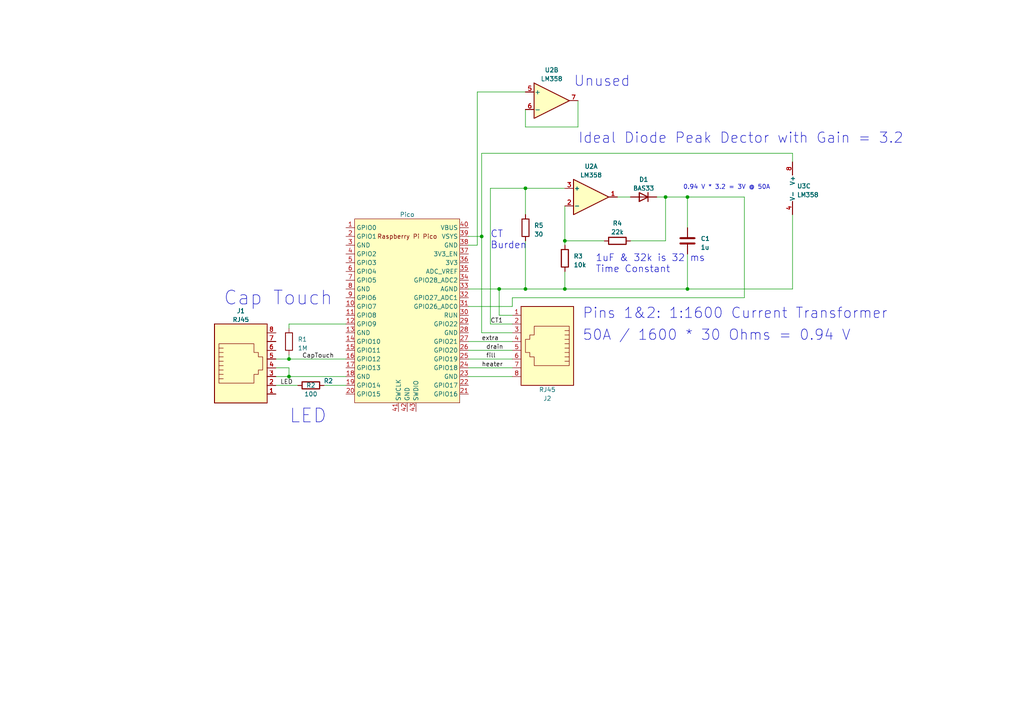
<source format=kicad_sch>
(kicad_sch (version 20231120) (generator "eeschema") (generator_version "8.0")
  (paper "A4")
  (lib_symbols
    (symbol "Amplifier_Operational:LM358" (pin_names (offset 0.127))
      (property "Reference" "U" (at 0 5.08 0))
      (property "Value" "LM358" (at 0 -5.08 0))
      (symbol "LM358_1_1"
        (polyline (pts (xy -5.08 5.08) (xy 5.08 0) (xy -5.08 -5.08) (xy -5.08 5.08)) (stroke (width 0.254)) (fill (type background)))
        (pin output line (at 7.62 0 180) (length 2.54) (name "~") (number "1"))
        (pin input line (at -7.62 -2.54 0) (length 2.54) (name "-") (number "2"))
        (pin input line (at -7.62 2.54 0) (length 2.54) (name "+") (number "3"))
      )
      (symbol "LM358_2_1"
        (polyline (pts (xy -5.08 5.08) (xy 5.08 0) (xy -5.08 -5.08) (xy -5.08 5.08)) (stroke (width 0.254)) (fill (type background)))
        (pin input line (at -7.62 2.54 0) (length 2.54) (name "+") (number "5"))
        (pin input line (at -7.62 -2.54 0) (length 2.54) (name "-") (number "6"))
        (pin output line (at 7.62 0 180) (length 2.54) (name "~") (number "7"))
      )
      (symbol "LM358_3_1"
        (pin power_in line (at -2.54 -7.62 90) (length 3.81) (name "V-") (number "4"))
        (pin power_in line (at -2.54 7.62 270) (length 3.81) (name "V+") (number "8"))
      )
    )
    (symbol "Connector:RJ45" (pin_names (offset 1.016))
      (property "Reference" "J" (at -5.08 13.97 0))
      (property "Value" "RJ45" (at 2.54 13.97 0))
      (symbol "RJ45_0_1"
        (polyline (pts (xy -5.08 4.445) (xy -6.35 4.445)))
        (polyline (pts (xy -5.08 5.715) (xy -6.35 5.715)))
        (polyline (pts (xy -6.35 -3.175) (xy -5.08 -3.175) (xy -5.08 -3.175)))
        (polyline (pts (xy -6.35 -1.905) (xy -5.08 -1.905) (xy -5.08 -1.905)))
        (polyline (pts (xy -6.35 -0.635) (xy -5.08 -0.635) (xy -5.08 -0.635)))
        (polyline (pts (xy -6.35 0.635) (xy -5.08 0.635) (xy -5.08 0.635)))
        (polyline (pts (xy -6.35 1.905) (xy -5.08 1.905) (xy -5.08 1.905)))
        (polyline (pts (xy -5.08 3.175) (xy -6.35 3.175) (xy -6.35 3.175)))
        (polyline (pts (xy -6.35 -4.445) (xy -6.35 6.985) (xy 3.81 6.985) (xy 3.81 4.445) (xy 5.08 4.445) (xy 5.08 3.175) (xy 6.35 3.175) (xy 6.35 -0.635) (xy 5.08 -0.635) (xy 5.08 -1.905) (xy 3.81 -1.905) (xy 3.81 -4.445) (xy -6.35 -4.445) (xy -6.35 -4.445)))
        (rectangle (start 7.62 12.7) (end -7.62 -10.16) (stroke (width 0.254)) (fill (type background)))
      )
      (symbol "RJ45_1_1"
        (pin passive line (at 10.16 -7.62 180) (length 2.54) (name "~") (number "1"))
        (pin passive line (at 10.16 -5.08 180) (length 2.54) (name "~") (number "2"))
        (pin passive line (at 10.16 -2.54 180) (length 2.54) (name "~") (number "3"))
        (pin passive line (at 10.16 0 180) (length 2.54) (name "~") (number "4"))
        (pin passive line (at 10.16 2.54 180) (length 2.54) (name "~") (number "5"))
        (pin passive line (at 10.16 5.08 180) (length 2.54) (name "~") (number "6"))
        (pin passive line (at 10.16 7.62 180) (length 2.54) (name "~") (number "7"))
        (pin passive line (at 10.16 10.16 180) (length 2.54) (name "~") (number "8"))
      )
    )
    (symbol "Device:C" (pin_numbers hide) (pin_names (offset 0.254))
      (property "Reference" "C" (at 0.635 2.54 0))
      (property "Value" "C" (at 0.635 -2.54 0))
      (symbol "C_0_1"
        (polyline (pts (xy -2.032 -0.762) (xy 2.032 -0.762)) (stroke (width 0.508)))
        (polyline (pts (xy -2.032 0.762) (xy 2.032 0.762)) (stroke (width 0.508)))
      )
      (symbol "C_1_1"
        (pin passive line (at 0 3.81 270) (length 2.794) (name "~") (number "1"))
        (pin passive line (at 0 -3.81 90) (length 2.794) (name "~") (number "2"))
      )
    )
    (symbol "Device:R" (pin_numbers hide) (pin_names (offset 0))
      (property "Reference" "R" (at 2.032 0 90))
      (property "Value" "R" (at 0 0 90))
      (symbol "R_0_1"
        (rectangle (start -1.016 -2.54) (end 1.016 2.54) (stroke (width 0.254)))
      )
      (symbol "R_1_1"
        (pin passive line (at 0 3.81 270) (length 1.27) (name "~") (number "1"))
        (pin passive line (at 0 -3.81 90) (length 1.27) (name "~") (number "2"))
      )
    )
    (symbol "Diode:BAV17" (pin_numbers hide) (pin_names hide)
      (property "Reference" "D" (at 0 2.54 0))
      (property "Value" "BAV17" (at 0 -2.54 0))
      (symbol "BAV17_0_1"
        (polyline (pts (xy -1.27 1.27) (xy -1.27 -1.27)) (stroke (width 0.254)))
        (polyline (pts (xy 1.27 0) (xy -1.27 0)))
        (polyline (pts (xy 1.27 1.27) (xy 1.27 -1.27) (xy -1.27 0) (xy 1.27 1.27)) (stroke (width 0.254)))
      )
      (symbol "BAV17_1_1"
        (pin passive line (at -3.81 0 0) (length 2.54) (name "K") (number "1"))
        (pin passive line (at 3.81 0 180) (length 2.54) (name "A") (number "2"))
      )
    )
    (symbol "MCU_RaspberryPi_and_Boards:Pico"
      (property "Reference" "U" (at -13.97 27.94 0))
      (property "Value" "Pico" (at 0 19.05 0))
      (symbol "Pico_0_0"
        (text "Raspberry Pi Pico" (at 0 21.59 0) (effects (font (size 1.27 1.27))))
      )
      (symbol "Pico_0_1"
        (rectangle (start -15.24 26.67) (end 15.24 -26.67) (fill (type background)))
      )
      (symbol "Pico_1_1"
        (pin bidirectional line (at -17.78 24.13 0) (length 2.54) (name "GPIO0") (number "1"))
        (pin bidirectional line (at -17.78 1.27 0) (length 2.54) (name "GPIO7") (number "10"))
        (pin bidirectional line (at -17.78 -1.27 0) (length 2.54) (name "GPIO8") (number "11"))
        (pin bidirectional line (at -17.78 -3.81 0) (length 2.54) (name "GPIO9") (number "12"))
        (pin power_in line (at -17.78 -6.35 0) (length 2.54) (name "GND") (number "13"))
        (pin bidirectional line (at -17.78 -8.89 0) (length 2.54) (name "GPIO10") (number "14"))
        (pin bidirectional line (at -17.78 -11.43 0) (length 2.54) (name "GPIO11") (number "15"))
        (pin bidirectional line (at -17.78 -13.97 0) (length 2.54) (name "GPIO12") (number "16"))
        (pin bidirectional line (at -17.78 -16.51 0) (length 2.54) (name "GPIO13") (number "17"))
        (pin power_in line (at -17.78 -19.05 0) (length 2.54) (name "GND") (number "18"))
        (pin bidirectional line (at -17.78 -21.59 0) (length 2.54) (name "GPIO14") (number "19"))
        (pin bidirectional line (at -17.78 21.59 0) (length 2.54) (name "GPIO1") (number "2"))
        (pin bidirectional line (at -17.78 -24.13 0) (length 2.54) (name "GPIO15") (number "20"))
        (pin bidirectional line (at 17.78 -24.13 180) (length 2.54) (name "GPIO16") (number "21"))
        (pin bidirectional line (at 17.78 -21.59 180) (length 2.54) (name "GPIO17") (number "22"))
        (pin power_in line (at 17.78 -19.05 180) (length 2.54) (name "GND") (number "23"))
        (pin bidirectional line (at 17.78 -16.51 180) (length 2.54) (name "GPIO18") (number "24"))
        (pin bidirectional line (at 17.78 -13.97 180) (length 2.54) (name "GPIO19") (number "25"))
        (pin bidirectional line (at 17.78 -11.43 180) (length 2.54) (name "GPIO20") (number "26"))
        (pin bidirectional line (at 17.78 -8.89 180) (length 2.54) (name "GPIO21") (number "27"))
        (pin power_in line (at 17.78 -6.35 180) (length 2.54) (name "GND") (number "28"))
        (pin bidirectional line (at 17.78 -3.81 180) (length 2.54) (name "GPIO22") (number "29"))
        (pin power_in line (at -17.78 19.05 0) (length 2.54) (name "GND") (number "3"))
        (pin input line (at 17.78 -1.27 180) (length 2.54) (name "RUN") (number "30"))
        (pin bidirectional line (at 17.78 1.27 180) (length 2.54) (name "GPIO26_ADC0") (number "31"))
        (pin bidirectional line (at 17.78 3.81 180) (length 2.54) (name "GPIO27_ADC1") (number "32"))
        (pin power_in line (at 17.78 6.35 180) (length 2.54) (name "AGND") (number "33"))
        (pin bidirectional line (at 17.78 8.89 180) (length 2.54) (name "GPIO28_ADC2") (number "34"))
        (pin power_in line (at 17.78 11.43 180) (length 2.54) (name "ADC_VREF") (number "35"))
        (pin power_in line (at 17.78 13.97 180) (length 2.54) (name "3V3") (number "36"))
        (pin input line (at 17.78 16.51 180) (length 2.54) (name "3V3_EN") (number "37"))
        (pin bidirectional line (at 17.78 19.05 180) (length 2.54) (name "GND") (number "38"))
        (pin power_in line (at 17.78 21.59 180) (length 2.54) (name "VSYS") (number "39"))
        (pin bidirectional line (at -17.78 16.51 0) (length 2.54) (name "GPIO2") (number "4"))
        (pin power_in line (at 17.78 24.13 180) (length 2.54) (name "VBUS") (number "40"))
        (pin input line (at -2.54 -29.21 90) (length 2.54) (name "SWCLK") (number "41"))
        (pin power_in line (at 0 -29.21 90) (length 2.54) (name "GND") (number "42"))
        (pin bidirectional line (at 2.54 -29.21 90) (length 2.54) (name "SWDIO") (number "43"))
        (pin bidirectional line (at -17.78 13.97 0) (length 2.54) (name "GPIO3") (number "5"))
        (pin bidirectional line (at -17.78 11.43 0) (length 2.54) (name "GPIO4") (number "6"))
        (pin bidirectional line (at -17.78 8.89 0) (length 2.54) (name "GPIO5") (number "7"))
        (pin power_in line (at -17.78 6.35 0) (length 2.54) (name "GND") (number "8"))
        (pin bidirectional line (at -17.78 3.81 0) (length 2.54) (name "GPIO6") (number "9"))
      )
    )
  )
  (junction (at 193.04 57.15))
  (junction (at 152.4 54.61))
  (junction (at 139.7 68.58))
  (junction (at 199.39 57.15))
  (junction (at 83.82 109.22))
  (junction (at 152.4 83.82))
  (junction (at 163.83 69.85))
  (junction (at 199.39 83.82))
  (junction (at 83.82 104.14))
  (junction (at 163.83 83.82))
  (junction (at 144.78 83.82))
  (wire (pts (xy 179.07 57.15) (xy 182.88 57.15)))
  (wire (pts (xy 135.89 83.82) (xy 144.78 83.82)))
  (wire (pts (xy 199.39 57.15) (xy 199.39 66.04)))
  (wire (pts (xy 138.43 26.67) (xy 152.4 26.67)))
  (wire (pts (xy 139.7 44.45) (xy 139.7 68.58)))
  (wire (pts (xy 193.04 57.15) (xy 199.39 57.15)))
  (wire (pts (xy 199.39 83.82) (xy 229.87 83.82)))
  (wire (pts (xy 80.01 104.14) (xy 83.82 104.14)))
  (wire (pts (xy 215.9 86.36) (xy 215.9 57.15)))
  (wire (pts (xy 148.59 88.9) (xy 148.59 86.36)))
  (wire (pts (xy 199.39 73.66) (xy 199.39 83.82)))
  (wire (pts (xy 100.33 93.98) (xy 83.82 93.98)))
  (wire (pts (xy 229.87 46.99) (xy 229.87 44.45)))
  (wire (pts (xy 138.43 71.12) (xy 138.43 26.67)))
  (wire (pts (xy 80.01 106.68) (xy 83.82 106.68)))
  (wire (pts (xy 80.01 111.76) (xy 86.36 111.76)))
  (wire (pts (xy 83.82 104.14) (xy 100.33 104.14)))
  (wire (pts (xy 193.04 69.85) (xy 193.04 57.15)))
  (wire (pts (xy 93.98 111.76) (xy 100.33 111.76)))
  (wire (pts (xy 229.87 44.45) (xy 139.7 44.45)))
  (wire (pts (xy 135.89 106.68) (xy 148.59 106.68)))
  (wire (pts (xy 190.5 57.15) (xy 193.04 57.15)))
  (wire (pts (xy 152.4 31.75) (xy 152.4 36.83)))
  (wire (pts (xy 83.82 106.68) (xy 83.82 109.22)))
  (wire (pts (xy 144.78 83.82) (xy 144.78 91.44)))
  (wire (pts (xy 163.83 78.74) (xy 163.83 83.82)))
  (wire (pts (xy 142.24 93.98) (xy 148.59 93.98)))
  (wire (pts (xy 135.89 99.06) (xy 148.59 99.06)))
  (wire (pts (xy 142.24 93.98) (xy 142.24 54.61)))
  (wire (pts (xy 163.83 69.85) (xy 175.26 69.85)))
  (wire (pts (xy 144.78 83.82) (xy 152.4 83.82)))
  (wire (pts (xy 83.82 109.22) (xy 100.33 109.22)))
  (wire (pts (xy 152.4 54.61) (xy 163.83 54.61)))
  (wire (pts (xy 144.78 91.44) (xy 148.59 91.44)))
  (wire (pts (xy 135.89 101.6) (xy 148.59 101.6)))
  (wire (pts (xy 229.87 83.82) (xy 229.87 62.23)))
  (wire (pts (xy 152.4 69.85) (xy 152.4 83.82)))
  (wire (pts (xy 135.89 68.58) (xy 139.7 68.58)))
  (wire (pts (xy 83.82 102.87) (xy 83.82 104.14)))
  (wire (pts (xy 135.89 109.22) (xy 148.59 109.22)))
  (wire (pts (xy 163.83 83.82) (xy 199.39 83.82)))
  (wire (pts (xy 167.64 36.83) (xy 167.64 29.21)))
  (wire (pts (xy 138.43 71.12) (xy 135.89 71.12)))
  (wire (pts (xy 135.89 104.14) (xy 148.59 104.14)))
  (wire (pts (xy 139.7 68.58) (xy 139.7 96.52)))
  (wire (pts (xy 152.4 83.82) (xy 163.83 83.82)))
  (wire (pts (xy 139.7 96.52) (xy 148.59 96.52)))
  (wire (pts (xy 142.24 54.61) (xy 152.4 54.61)))
  (wire (pts (xy 199.39 57.15) (xy 215.9 57.15)))
  (wire (pts (xy 163.83 69.85) (xy 163.83 71.12)))
  (wire (pts (xy 148.59 86.36) (xy 215.9 86.36)))
  (wire (pts (xy 80.01 109.22) (xy 83.82 109.22)))
  (wire (pts (xy 152.4 54.61) (xy 152.4 62.23)))
  (wire (pts (xy 182.88 69.85) (xy 193.04 69.85)))
  (wire (pts (xy 135.89 88.9) (xy 148.59 88.9)))
  (wire (pts (xy 152.4 36.83) (xy 167.64 36.83)))
  (wire (pts (xy 83.82 93.98) (xy 83.82 95.25)))
  (wire (pts (xy 163.83 59.69) (xy 163.83 69.85)))
  (text "Unused\n" (at 166.37 25.4 0) (effects (font (size 3 3)) (justify left bottom)))
  (text "1uF & 32k is 32 ms\nTime Constant\n\n" (at 172.72 82.55 0) (effects (font (size 2 2)) (justify left bottom)))
  (text "Ideal Diode Peak Dector with Gain = 3.2" (at 167.64 41.91 0) (effects (font (size 3 3)) (justify left bottom)))
  (text "LED\n\n" (at 83.82 129.54 0) (effects (font (size 4 4)) (justify left bottom)))
  (text "CT\nBurden" (at 142.24 72.39 0) (effects (font (size 2 2)) (justify left bottom)))
  (text "50A / 1600 * 30 Ohms = 0.94 V\n" (at 168.91 99.06 0) (effects (font (size 3 3)) (justify left bottom)))
  (text "Cap Touch\n" (at 64.77 88.9 0) (effects (font (size 4 4)) (justify left bottom)))
  (text "0.94 V * 3.2 = 3V @ 50A\n\n" (at 198.12 57.15 0) (effects (font (size 1.27 1.27)) (justify left bottom)))
  (text "Pins 1&2: 1:1600 Current Transformer" (at 168.91 92.71 0) (effects (font (size 3 3)) (justify left bottom)))
  (label "CT1" (at 142.24 93.98 0))
  (label "LED" (at 81.28 111.76 0))
  (label "extra" (at 139.7 99.06 0))
  (label "heater" (at 139.7 106.68 0))
  (label "drain" (at 140.97 101.6 0))
  (label "fill" (at 140.97 104.14 0))
  (label "CapTouch" (at 87.63 104.14 0))
  (symbol (lib_id "Connector:RJ45") (at 69.85 106.68 0) (unit 1)
    (property "Reference" "J1" (at 69.85 90.17 0))
    (property "Value" "RJ45" (at 69.85 92.71 0))
  )
  (symbol (lib_id "Device:C") (at 199.39 69.85 0) (unit 1)
    (property "Reference" "C1" (at 203.2 69.215 0) (effects (justify left)))
    (property "Value" "1u" (at 203.2 71.755 0) (effects (justify left)))
  )
  (symbol (lib_id "Connector:RJ45") (at 158.75 99.06 180) (unit 1)
    (property "Reference" "J2" (at 158.75 115.57 0))
    (property "Value" "RJ45" (at 158.75 113.03 0))
  )
  (symbol (lib_id "MCU_RaspberryPi_and_Boards:Pico") (at 118.11 90.17 0) (unit 1)
    (property "Reference" "U1" (effects (hide yes)))
    (property "Value" "Pico" (at 118.11 62.23 0))
    (property "Footprint" "MCU_RaspberryPi_and_Boards:RPi_Pico_SMD_TH" (effects (hide yes)))
  )
  (symbol (lib_id "Diode:BAV17") (at 186.69 57.15 180) (unit 1)
    (property "Reference" "D1" (at 186.69 52.07 0))
    (property "Value" "BAS33" (at 186.69 54.61 0))
    (property "Footprint" "Diode_THT:D_DO-35_SOD27_P7.62mm_Horizontal" (effects (hide yes)))
    (property "Sim.Device" "D" (effects (hide yes)))
    (property "Sim.Pins" "1=K 2=A" (effects (hide yes)))
  )
  (symbol (lib_id "Amplifier_Operational:LM358") (at 171.45 57.15 0) (unit 1)
    (property "Reference" "U2" (at 171.45 48.26 0))
    (property "Value" "LM358" (at 171.45 50.8 0))
    (property "Datasheet" "http://www.ti.com/lit/ds/symlink/lm2904-n.pdf" (effects (hide yes)))
  )
  (symbol (lib_id "Amplifier_Operational:LM358") (at 232.41 54.61 0) (unit 3)
    (property "Reference" "U3" (at 231.14 53.975 0) (effects (justify left)))
    (property "Value" "LM358" (at 231.14 56.515 0) (effects (justify left)))
    (property "Datasheet" "http://www.ti.com/lit/ds/symlink/lm2904-n.pdf" (effects (hide yes)))
  )
  (symbol (lib_id "Device:C") (at 199.39 69.85 0) (unit 1)
    (property "Reference" "C1" (at 203.2 69.215 0) (effects (justify left)))
    (property "Value" "1u" (at 203.2 71.755 0) (effects (justify left)))
  )
  (symbol (lib_id "Device:R") (at 152.4 66.04 0) (unit 1)
    (property "Reference" "R5" (at 154.94 65.405 0) (effects (justify left)))
    (property "Value" "30" (at 154.94 67.945 0) (effects (justify left)))
  )
  (symbol (lib_id "Device:R") (at 90.17 111.76 90) (unit 1)
    (property "Reference" "R2" (at 95.25 110.49 90))
    (property "Value" "100" (at 90.17 114.3 90))
  )
  (symbol (lib_id "Diode:BAV17") (at 186.69 57.15 180) (unit 1)
    (property "Reference" "D1" (at 186.69 52.07 0))
    (property "Value" "BAS33" (at 186.69 54.61 0))
    (property "Footprint" "Diode_THT:D_DO-35_SOD27_P7.62mm_Horizontal" (effects (hide yes)))
    (property "Sim.Device" "D" (effects (hide yes)))
    (property "Sim.Pins" "1=K 2=A" (effects (hide yes)))
  )
  (symbol (lib_id "Amplifier_Operational:LM358") (at 232.41 54.61 0) (unit 3)
    (property "Reference" "U3" (at 231.14 53.975 0) (effects (justify left)))
    (property "Value" "LM358" (at 231.14 56.515 0) (effects (justify left)))
    (property "Datasheet" "http://www.ti.com/lit/ds/symlink/lm2904-n.pdf" (effects (hide yes)))
  )
  (symbol (lib_id "Amplifier_Operational:LM358") (at 232.41 54.61 0) (unit 3)
    (property "Reference" "U3" (at 231.14 53.975 0) (effects (justify left)))
    (property "Value" "LM358" (at 231.14 56.515 0) (effects (justify left)))
    (property "Datasheet" "http://www.ti.com/lit/ds/symlink/lm2904-n.pdf" (effects (hide yes)))
  )
  (symbol (lib_id "Amplifier_Operational:LM358") (at 171.45 57.15 0) (unit 1)
    (property "Reference" "U2" (at 171.45 48.26 0))
    (property "Value" "LM358" (at 171.45 50.8 0))
    (property "Datasheet" "http://www.ti.com/lit/ds/symlink/lm2904-n.pdf" (effects (hide yes)))
  )
  (symbol (lib_id "Device:R") (at 163.83 74.93 0) (unit 1)
    (property "Reference" "R3" (at 166.37 74.295 0) (effects (justify left)))
    (property "Value" "10k" (at 166.37 76.835 0) (effects (justify left)))
  )
  (symbol (lib_id "Amplifier_Operational:LM358") (at 160.02 29.21 0) (unit 2)
    (property "Reference" "U2" (at 160.02 20.32 0))
    (property "Value" "LM358" (at 160.02 22.86 0))
    (property "Datasheet" "http://www.ti.com/lit/ds/symlink/lm2904-n.pdf" (effects (hide yes)))
  )
  (symbol (lib_id "Connector:RJ45") (at 69.85 106.68 0) (unit 1)
    (property "Reference" "J1" (at 69.85 90.17 0))
    (property "Value" "RJ45" (at 69.85 92.71 0))
  )
  (symbol (lib_id "Device:C") (at 199.39 69.85 0) (unit 1)
    (property "Reference" "C1" (at 203.2 69.215 0) (effects (justify left)))
    (property "Value" "1u" (at 203.2 71.755 0) (effects (justify left)))
  )
  (symbol (lib_id "Device:R") (at 179.07 69.85 90) (unit 1)
    (property "Reference" "R4" (at 179.07 64.77 90))
    (property "Value" "22k" (at 179.07 67.31 90))
  )
  (symbol (lib_id "Connector:RJ45") (at 69.85 106.68 0) (unit 1)
    (property "Reference" "J1" (at 69.85 90.17 0))
    (property "Value" "RJ45" (at 69.85 92.71 0))
  )
  (symbol (lib_id "Device:R") (at 152.4 66.04 0) (unit 1)
    (property "Reference" "R5" (at 154.94 65.405 0) (effects (justify left)))
    (property "Value" "30" (at 154.94 67.945 0) (effects (justify left)))
  )
  (symbol (lib_id "Device:R") (at 83.82 99.06 0) (unit 1)
    (property "Reference" "R1" (at 86.36 98.425 0) (effects (justify left)))
    (property "Value" "1M" (at 86.36 100.965 0) (effects (justify left)))
  )
  (symbol (lib_id "Amplifier_Operational:LM358") (at 171.45 57.15 0) (unit 1)
    (property "Reference" "U2" (at 171.45 48.26 0))
    (property "Value" "LM358" (at 171.45 50.8 0))
    (property "Datasheet" "http://www.ti.com/lit/ds/symlink/lm2904-n.pdf" (effects (hide yes)))
  )
  (symbol (lib_id "Device:R") (at 179.07 69.85 90) (unit 1)
    (property "Reference" "R4" (at 179.07 64.77 90))
    (property "Value" "22k" (at 179.07 67.31 90))
  )
  (symbol (lib_id "Amplifier_Operational:LM358") (at 160.02 29.21 0) (unit 2)
    (property "Reference" "U2" (at 160.02 20.32 0))
    (property "Value" "LM358" (at 160.02 22.86 0))
    (property "Datasheet" "http://www.ti.com/lit/ds/symlink/lm2904-n.pdf" (effects (hide yes)))
  )
  (symbol (lib_id "Device:R") (at 90.17 111.76 90) (unit 1)
    (property "Reference" "R2" (at 90.17 111.76 90))
    (property "Value" "100" (effects (hide yes)))
  )
  (symbol (lib_id "Device:R") (at 179.07 69.85 90) (unit 1)
    (property "Reference" "R4" (at 179.07 64.77 90))
    (property "Value" "22k" (at 179.07 67.31 90))
  )
  (symbol (lib_id "Device:R") (at 163.83 74.93 0) (unit 1)
    (property "Reference" "R3" (at 166.37 74.295 0) (effects (justify left)))
    (property "Value" "10k" (at 166.37 76.835 0) (effects (justify left)))
  )
  (symbol (lib_id "Device:R") (at 152.4 66.04 0) (unit 1)
    (property "Reference" "R5" (at 154.94 65.405 0) (effects (justify left)))
    (property "Value" "30" (at 154.94 67.945 0) (effects (justify left)))
  )
  (symbol (lib_id "Diode:BAV17") (at 186.69 57.15 180) (unit 1)
    (property "Reference" "D1" (at 186.69 52.07 0))
    (property "Value" "BAS33" (at 186.69 54.61 0))
    (property "Footprint" "Diode_THT:D_DO-35_SOD27_P7.62mm_Horizontal" (effects (hide yes)))
    (property "Sim.Device" "D" (effects (hide yes)))
    (property "Sim.Pins" "1=K 2=A" (effects (hide yes)))
  )
  (symbol (lib_id "Device:R") (at 163.83 74.93 0) (unit 1)
    (property "Reference" "R3" (at 166.37 74.295 0) (effects (justify left)))
    (property "Value" "10k" (at 166.37 76.835 0) (effects (justify left)))
  )
  (symbol (lib_id "Amplifier_Operational:LM358") (at 160.02 29.21 0) (unit 2)
    (property "Reference" "U2" (at 160.02 20.32 0))
    (property "Value" "LM358" (at 160.02 22.86 0))
    (property "Datasheet" "http://www.ti.com/lit/ds/symlink/lm2904-n.pdf" (effects (hide yes)))
  )
  (symbol (lib_id "Device:R") (at 90.17 111.76 90) (unit 1)
    (property "Reference" "R2" (at 95.25 110.49 90))
    (property "Value" "100" (effects (hide yes)))
  )
)
</source>
